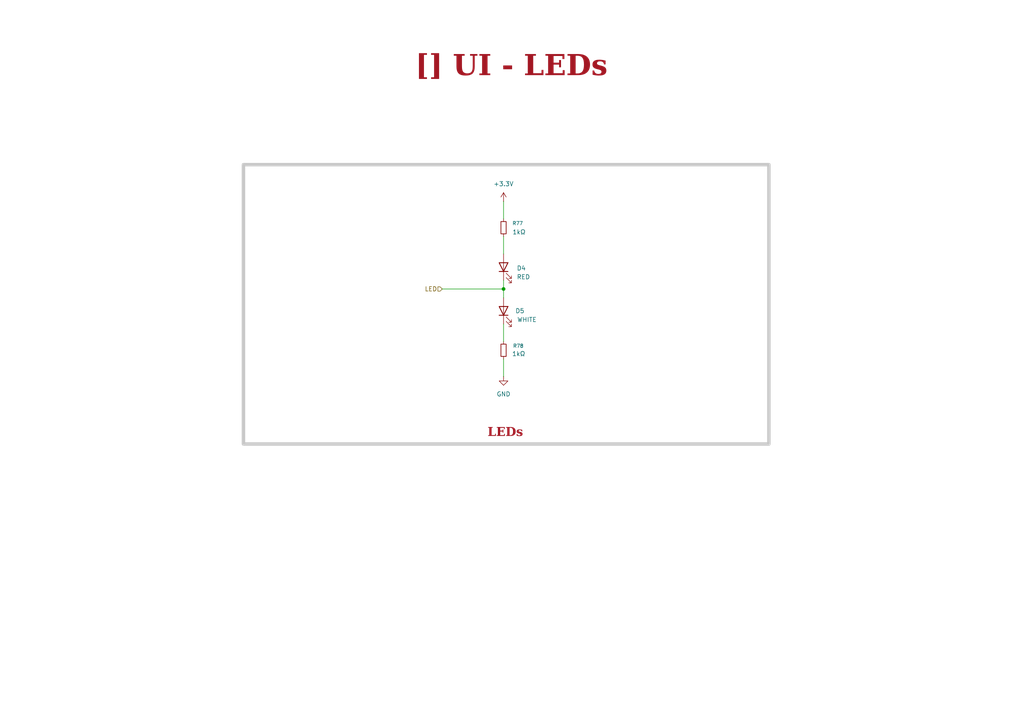
<source format=kicad_sch>
(kicad_sch (version 20250114) (generator "eeschema") (generator_version "9.0")
  (paper "A4")
  (title_block (title "UI - LEDs") (rev "${REVISION}") (company "${COMPANY}"))
  (lib_symbols
    (symbol "0_diodes:KT-0603R" (pin_numbers (hide yes)) (pin_names (offset 1.016) (hide yes))
      (property "Reference" "D" (at 0 2.54 0))
      (property "Value" "RED" (at 0 -2.54 0))
      (symbol "KT-0603R_0_1"
        (polyline (pts (xy -3.048 -0.762) (xy -4.572 -2.286) (xy -3.81 -2.286) (xy -4.572 -2.286) (xy -4.572 -1.524)))
        (polyline (pts (xy -1.778 -0.762) (xy -3.302 -2.286) (xy -2.54 -2.286) (xy -3.302 -2.286) (xy -3.302 -1.524)))
        (polyline (pts (xy -1.27 0) (xy 1.27 0)))
        (polyline (pts (xy -1.27 -1.27) (xy -1.27 1.27)) (stroke (width 0.254)))
        (polyline (pts (xy 1.27 -1.27) (xy 1.27 1.27) (xy -1.27 0) (xy 1.27 -1.27)) (stroke (width 0.254)))
      )
      (symbol "KT-0603R_1_1"
        (pin passive line (at -3.81 0 0) (length 2.54) (name "K") (number "1"))
        (pin passive line (at 3.81 0 180) (length 2.54) (name "A") (number "2"))
      )
    )
    (symbol "0_diodes:KT-0603W" (pin_numbers (hide yes)) (pin_names (offset 1.016) (hide yes))
      (property "Reference" "D" (at 0 2.54 0))
      (property "Value" "WHITE" (at 0 -2.54 0))
      (symbol "KT-0603W_0_1"
        (polyline (pts (xy -3.048 -0.762) (xy -4.572 -2.286) (xy -3.81 -2.286) (xy -4.572 -2.286) (xy -4.572 -1.524)))
        (polyline (pts (xy -1.778 -0.762) (xy -3.302 -2.286) (xy -2.54 -2.286) (xy -3.302 -2.286) (xy -3.302 -1.524)))
        (polyline (pts (xy -1.27 0) (xy 1.27 0)))
        (polyline (pts (xy -1.27 -1.27) (xy -1.27 1.27)) (stroke (width 0.254)))
        (polyline (pts (xy 1.27 -1.27) (xy 1.27 1.27) (xy -1.27 0) (xy 1.27 -1.27)) (stroke (width 0.254)))
      )
      (symbol "KT-0603W_1_1"
        (pin passive line (at -3.81 0 0) (length 2.54) (name "K") (number "1"))
        (pin passive line (at 3.81 0 180) (length 2.54) (name "A") (number "2"))
      )
    )
    (symbol "0_resistors:0402WGF1001TCE" (pin_numbers (hide yes)) (pin_names (offset 0.254) (hide yes))
      (property "Reference" "R" (at 0 0 90))
      (property "Value" "1kΩ" (at 1.778 0 90))
      (symbol "0402WGF1001TCE_0_1"
        (rectangle (start -0.762 1.778) (end 0.762 -1.778) (stroke (width 0.2032)))
      )
      (symbol "0402WGF1001TCE_1_1"
        (pin passive line (at 0 2.54 270) (length 0.762) (name "~") (number "1"))
        (pin passive line (at 0 -2.54 90) (length 0.762) (name "~") (number "2"))
      )
    )
    (symbol "power:+3.3V" (power) (pin_numbers (hide yes)) (pin_names (offset 0) (hide yes))
      (property "Value" "+3.3V" (at 0 3.556 0))
      (symbol "+3.3V_0_1"
        (polyline (pts (xy -0.762 1.27) (xy 0 2.54)))
        (polyline (pts (xy 0 2.54) (xy 0.762 1.27)))
        (polyline (pts (xy 0 0) (xy 0 2.54)))
      )
      (symbol "+3.3V_1_1"
        (pin power_in line (at 0 0 90) (length 0) (name "~") (number "1"))
      )
    )
    (symbol "power:GND" (power) (pin_numbers (hide yes)) (pin_names (offset 0) (hide yes))
      (property "Value" "GND" (at 0 -3.81 0))
      (symbol "GND_0_1"
        (polyline (pts (xy 0 0) (xy 0 -1.27) (xy 1.27 -1.27) (xy 0 -2.54) (xy -1.27 -1.27) (xy 0 -1.27)))
      )
      (symbol "GND_1_1"
        (pin power_in line (at 0 0 270) (length 0) (name "~") (number "1"))
      )
    )
  )
  (rectangle (start 70.612 47.752) (end 223.012 128.778) (stroke (width 1) (color 200 200 200 1)))
  (text_box "LEDs\n" (at 70.358 116.078 0) (size 152.4 12.7) (margins 1.9049 1.9049 1.9049 1.9049) (stroke (width -0.0001)) (effects (font (size 2.54 2.54) (thickness 0.508) (bold yes)) (justify bottom)))
  (text_box "[${#}] ${TITLE}" (at 12.446 12.954 0) (size 271.78 12.7) (margins 4.4999 4.4999 4.4999 4.4999) (stroke (width -0.0001)) (effects (font (size 6 6) (thickness 1.2) (bold yes))))
  (junction (at 146.05 83.82))
  (wire (pts (xy 146.05 81.28) (xy 146.05 83.82)))
  (wire (pts (xy 146.05 93.98) (xy 146.05 99.06)))
  (wire (pts (xy 146.05 104.14) (xy 146.05 109.22)))
  (wire (pts (xy 146.05 68.58) (xy 146.05 73.66)))
  (wire (pts (xy 128.27 83.82) (xy 146.05 83.82)))
  (wire (pts (xy 146.05 58.42) (xy 146.05 63.5)))
  (wire (pts (xy 146.05 83.82) (xy 146.05 86.36)))
  (hierarchical_label "LED" (shape input) (at 128.27 83.82 180))
  (symbol (lib_id "0_resistors:0402WGF1001TCE") (at 146.05 101.6 180) (unit 1)
    (property "Reference" "R78" (at 151.892 100.33 0) (effects (font (size 1.016 1.016)) (justify left)))
    (property "Value" "1kΩ" (at 152.4 102.616 0) (effects (justify left)))
    (property "Footprint" "0_resistors:R_0402_1005Metric" (effects (hide yes)))
    (property "Description" "-55℃~+155℃ 1kΩ 50V 62.5mW Thick Film Resistor ±1% ±100ppm/℃ 0402 Chip Resistor - Surface Mount ROHS" (effects (hide yes)))
    (property "Supplier 1" "JLCPCB" (effects (hide yes)))
    (property "Supplier Part Number 1" "C11702" (effects (hide yes)))
    (property "LCSC PN" "C11702" (effects (hide yes)))
  )
  (symbol (lib_id "power:+3.3V") (at 146.05 58.42 0) (unit 1)
    (property "Reference" "#PWR0148" (effects (hide yes)))
    (property "Value" "+3.3V" (at 146.05 53.34 0))
    (property "Description" "Power symbol creates a global label with name \"+3.3V\"" (effects (hide yes)))
  )
  (symbol (lib_id "power:GND") (at 146.05 109.22 0) (unit 1)
    (property "Reference" "#PWR0149" (effects (hide yes)))
    (property "Value" "GND" (at 146.05 114.3 0))
    (property "Description" "Power symbol creates a global label with name \"GND\" , ground" (effects (hide yes)))
  )
  (symbol (lib_id "0_diodes:KT-0603W") (at 146.05 90.17 90) (unit 1)
    (property "Reference" "D5" (at 152.146 90.17 90) (effects (justify left)))
    (property "Value" "WHITE" (at 155.702 92.71 90) (effects (justify left)))
    (property "Footprint" "LED_SMD:LED_0603_1608Metric" (effects (hide yes)))
    (property "Description" "Light emitting diode" (effects (hide yes)))
    (property "Sim.Pins" "1=K 2=A" (effects (hide yes)))
    (property "Supplier 1" "JLCPCB" (effects (hide yes)))
    (property "Supplier Part Number 1" "C2290" (effects (hide yes)))
    (property "LCSC PN" "C2290" (effects (hide yes)))
  )
  (symbol (lib_id "0_diodes:KT-0603R") (at 146.05 77.47 90) (unit 1)
    (property "Reference" "D4" (at 149.86 77.7875 90) (effects (justify right)))
    (property "Value" "RED" (at 149.86 80.3275 90) (effects (justify right)))
    (property "Footprint" "LED_SMD:LED_0603_1608Metric" (effects (hide yes)))
    (property "Description" "Light emitting diode" (effects (hide yes)))
    (property "Sim.Pins" "1=K 2=A" (effects (hide yes)))
    (property "Supplier 1" "JLCPCB" (effects (hide yes)))
    (property "Supplier Part Number 1" "0603" (effects (hide yes)))
    (property "LCSC PN" "0603" (effects (hide yes)))
  )
  (symbol (lib_id "0_resistors:0402WGF1001TCE") (at 146.05 66.04 0) (unit 1)
    (property "Reference" "R77" (at 148.59 64.77 0) (effects (font (size 1.016 1.016)) (justify left)))
    (property "Value" "1kΩ" (at 148.59 67.31 0) (effects (justify left)))
    (property "Footprint" "0_resistors:R_0402_1005Metric" (effects (hide yes)))
    (property "Description" "-55℃~+155℃ 1kΩ 50V 62.5mW Thick Film Resistor ±1% ±100ppm/℃ 0402 Chip Resistor - Surface Mount ROHS" (effects (hide yes)))
    (property "Supplier 1" "JLCPCB" (effects (hide yes)))
    (property "Supplier Part Number 1" "C11702" (effects (hide yes)))
    (property "LCSC PN" "C11702" (effects (hide yes)))
  )
)
</source>
